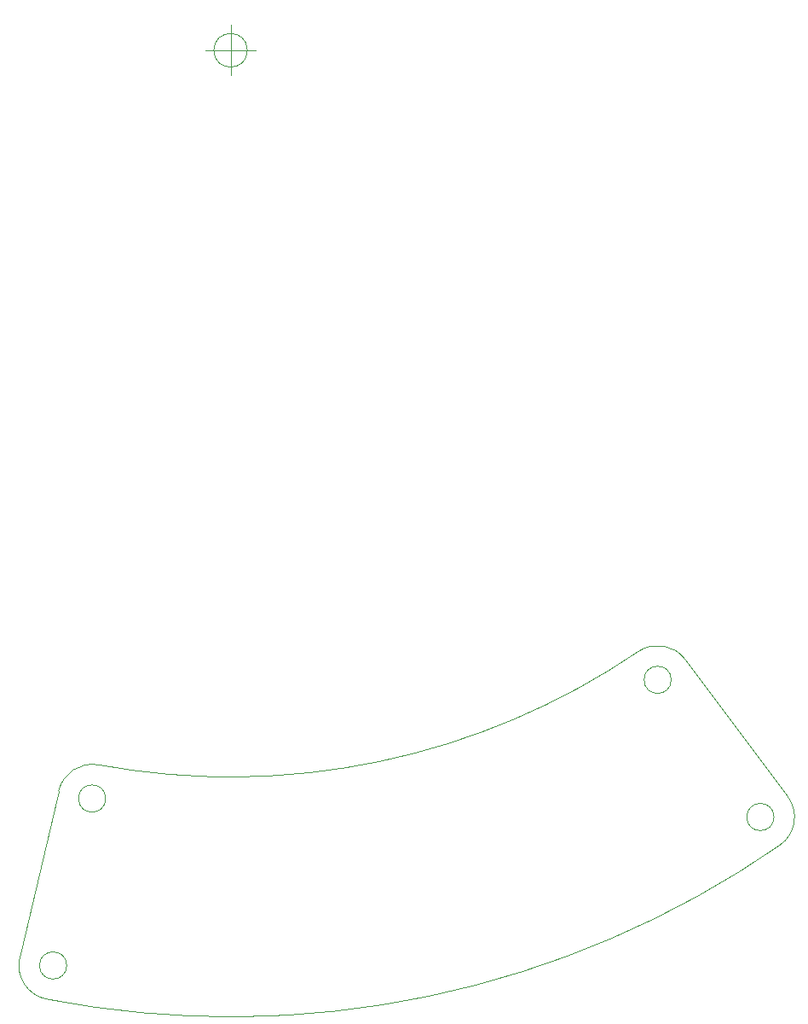
<source format=gbr>
G04 #@! TF.GenerationSoftware,KiCad,Pcbnew,(5.1.10)-1*
G04 #@! TF.CreationDate,2022-10-21T14:01:49-07:00*
G04 #@! TF.ProjectId,Motor_Gen2P,4d6f746f-725f-4476-956e-32502e6b6963,rev?*
G04 #@! TF.SameCoordinates,Original*
G04 #@! TF.FileFunction,Profile,NP*
%FSLAX46Y46*%
G04 Gerber Fmt 4.6, Leading zero omitted, Abs format (unit mm)*
G04 Created by KiCad (PCBNEW (5.1.10)-1) date 2022-10-21 14:01:49*
%MOMM*%
%LPD*%
G01*
G04 APERTURE LIST*
G04 #@! TA.AperFunction,Profile*
%ADD10C,0.100000*%
G04 #@! TD*
G04 APERTURE END LIST*
D10*
X101666666Y0D02*
G75*
G03*
X101666666Y0I-1666666J0D01*
G01*
X97500000Y0D02*
X102500000Y0D01*
X100000000Y2500000D02*
X100000000Y-2500000D01*
X140508466Y-59644564D02*
G75*
G02*
X86857166Y-70892001I-40508466J59644564D01*
G01*
X155341630Y-74035896D02*
X145139777Y-60418627D01*
X155341630Y-74035896D02*
G75*
G02*
X154554727Y-78870727I-2721064J-2038580D01*
G01*
X154554727Y-78870727D02*
G75*
G02*
X81715327Y-94140749I-54554727J78870727D01*
G01*
X81715326Y-94140749D02*
G75*
G02*
X79052875Y-90029039I648258J3337628D01*
G01*
X82926683Y-73460954D02*
X79052875Y-90029039D01*
X82926683Y-73460954D02*
G75*
G02*
X86857166Y-70892001I3310710J-774082D01*
G01*
X140508467Y-59644564D02*
G75*
G02*
X145139777Y-60418627I1910246J-2812643D01*
G01*
X143768713Y-62457207D02*
G75*
G03*
X143768713Y-62457207I-1350000J0D01*
G01*
X153970566Y-76074476D02*
G75*
G03*
X153970566Y-76074476I-1350000J0D01*
G01*
X83713584Y-90803121D02*
G75*
G03*
X83713584Y-90803121I-1350000J0D01*
G01*
X87587393Y-74235036D02*
G75*
G03*
X87587393Y-74235036I-1350000J0D01*
G01*
M02*

</source>
